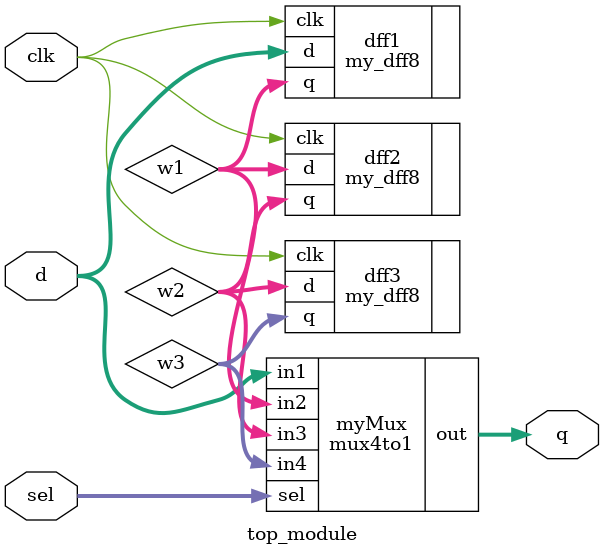
<source format=v>
module mux4to1(
    input [7:0] in1, in2, in3, in4,
    input [1:0] sel,
    output [7:0] out
);
    wire [7:0] w1, w2;
    mux2to1 mux1(.in1(in1), .in2(in2), .sel(sel[0]), .opt(w1));
    mux2to1 mux2(.in1(in3), .in2(in4), .sel(sel[0]), .opt(w2));
    mux2to1 mux3(.in1(w1), .in2(w2), .sel(sel[1]), .opt(out));

endmodule

module mux2to1(
    input [7:0] in1, in2,
    input sel,
    output [7:0] opt
);
    always @(*) begin
        case (sel)
            1'b0: opt = in1;
            1'b1: opt = in2;
            default: opt = 8'b0;
        endcase
    end
endmodule

module top_module ( 
    input clk, 
    input [7:0] d, 
    input [1:0] sel, 
    output [7:0] q 
);
    wire [7:0] w1, w2, w3;
    my_dff8 dff1(.clk(clk), .d(d), .q(w1));
    my_dff8 dff2(.clk(clk), .d(w1), .q(w2));
    my_dff8 dff3(.clk(clk), .d(w2), .q(w3));
    mux4to1 myMux(.in1(d), .in2(w1), .in3(w2), .in4(w3), .sel(sel), .out(q));
endmodule
</source>
